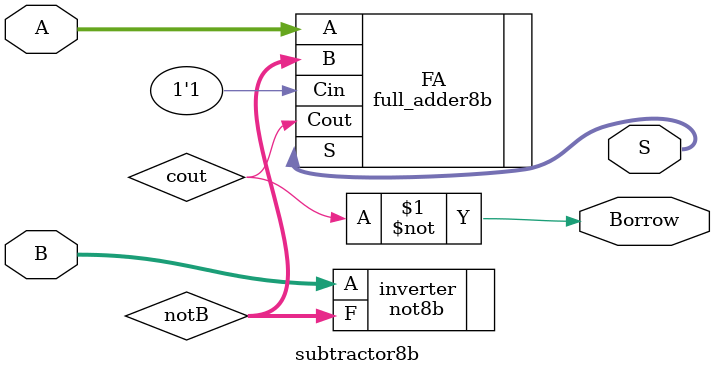
<source format=v>
`include "not8b.v"
`include "full_adder8b.v"

module subtractor8b(
    output wire [7:0] S,
    output wire Borrow,
    input wire [7:0] A,
    input wire [7:0] B
);

    wire [7:0] notB;
    wire cout;

    // Faz o NOT bit a bit usando o módulo not8b (Bitwise NOT de B)
    not8b inverter(.F(notB), .A(B));

    full_adder8b FA (
        .S(S),
        .Cout(cout),
        .A(A),
        .B(notB),
        .Cin(1'b1) // Soma 1 para finalizar o complemento de 2 do B
    );

    // Borrow = ~cout (se cout=0, teve borrow)
    assign Borrow = ~cout;

endmodule

</source>
